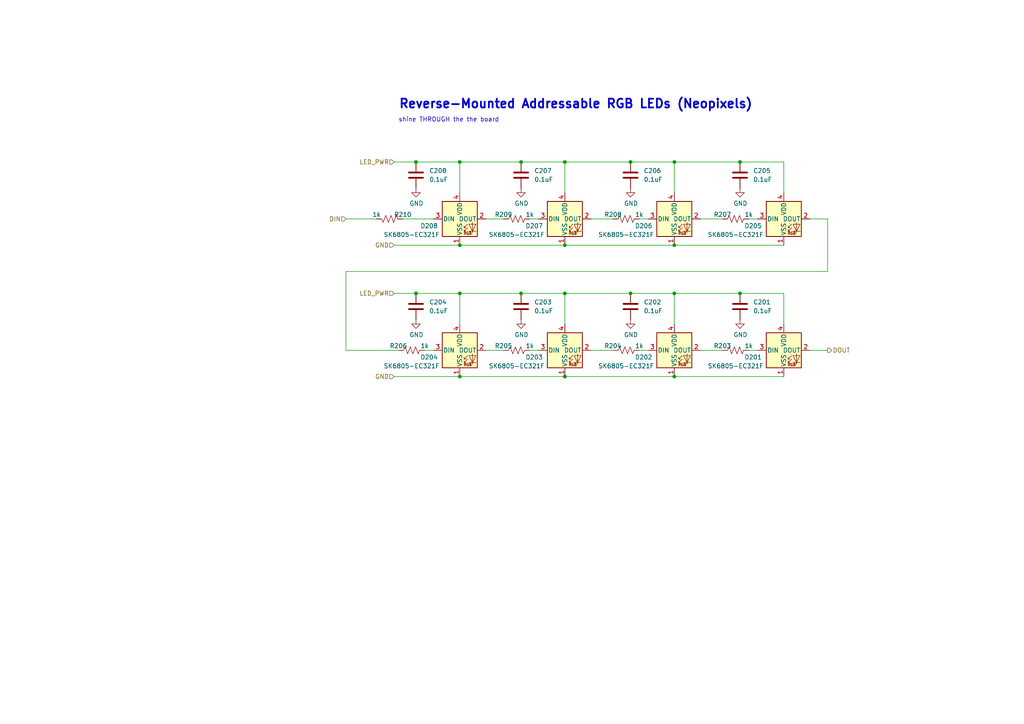
<source format=kicad_sch>
(kicad_sch (version 20230121) (generator eeschema)
  (paper "A4")
  (title_block (title "backplane") (date "2021-12-10") (rev "C") (company "Sierra Lobo, Inc.") (comment 1 "CH, CK") (comment 2 "CH, CK"))
  (lib_symbols
    (symbol "CubeSat_Backplane:SK68xx" (pin_names (offset 0.254))
      (property "Reference" "D" (at 5.08 5.715 0))
      (property "Value" "SK68xx" (at 1.27 -5.715 0))
      (symbol "SK68xx_0_0"
        (text "RGB" (at 2.286 -4.191 0) (effects (font (size 0.762 0.762))))
      )
      (symbol "SK68xx_0_1"
        (polyline (pts (xy 1.27 -3.556) (xy 1.778 -3.556)))
        (polyline (pts (xy 1.27 -2.54) (xy 1.778 -2.54)))
        (polyline (pts (xy 4.699 -3.556) (xy 2.667 -3.556)))
        (polyline (pts (xy 2.286 -2.54) (xy 1.27 -3.556) (xy 1.27 -3.048)))
        (polyline (pts (xy 2.286 -1.524) (xy 1.27 -2.54) (xy 1.27 -2.032)))
        (polyline (pts (xy 3.683 -1.016) (xy 3.683 -3.556) (xy 3.683 -4.064)))
        (polyline (pts (xy 4.699 -1.524) (xy 2.667 -1.524) (xy 3.683 -3.556) (xy 4.699 -1.524)))
        (rectangle (start 5.08 5.08) (end -5.08 -5.08) (stroke (width 0.254)) (fill (type background)))
      )
      (symbol "SK68xx_1_1"
        (pin power_in line (at 0 -7.62 90) (length 2.54) (name "VSS") (number "1"))
        (pin output line (at 7.62 0 180) (length 2.54) (name "DOUT") (number "2"))
        (pin input line (at -7.62 0 0) (length 2.54) (name "DIN") (number "3"))
        (pin power_in line (at 0 7.62 270) (length 2.54) (name "VDD") (number "4"))
      )
    )
    (symbol "Device:C" (pin_numbers hide) (pin_names (offset 0.254))
      (property "Reference" "C" (at 0.635 2.54 0))
      (property "Value" "C" (at 0.635 -2.54 0))
      (symbol "C_0_1"
        (polyline (pts (xy -2.032 -0.762) (xy 2.032 -0.762)) (stroke (width 0.508)))
        (polyline (pts (xy -2.032 0.762) (xy 2.032 0.762)) (stroke (width 0.508)))
      )
      (symbol "C_1_1"
        (pin passive line (at 0 3.81 270) (length 2.794) (name "~") (number "1"))
        (pin passive line (at 0 -3.81 90) (length 2.794) (name "~") (number "2"))
      )
    )
    (symbol "R_US-Device_1" (pin_numbers hide) (pin_names (offset 0))
      (property "Reference" "R" (at 2.54 0 90))
      (property "Value" "R_US-Device" (at -2.54 0 90))
      (symbol "R_US-Device_1_0_1"
        (polyline (pts (xy 0 -2.286) (xy 0 -2.54)))
        (polyline (pts (xy 0 2.286) (xy 0 2.54)))
        (polyline (pts (xy 0 -0.762) (xy 1.016 -1.143) (xy 0 -1.524) (xy -1.016 -1.905) (xy 0 -2.286)))
        (polyline (pts (xy 0 0.762) (xy 1.016 0.381) (xy 0 0) (xy -1.016 -0.381) (xy 0 -0.762)))
        (polyline (pts (xy 0 2.286) (xy 1.016 1.905) (xy 0 1.524) (xy -1.016 1.143) (xy 0 0.762)))
      )
      (symbol "R_US-Device_1_1_1"
        (pin passive line (at 0 3.81 270) (length 1.27) (name "~") (number "1"))
        (pin passive line (at 0 -3.81 90) (length 1.27) (name "~") (number "2"))
      )
    )
    (symbol "backplane-rescue:GND-power" (power) (pin_names (offset 0))
      (property "Value" "GND-power" (at 0 -3.81 0))
      (symbol "GND-power_0_1"
        (polyline (pts (xy 0 0) (xy 0 -1.27) (xy 1.27 -1.27) (xy 0 -2.54) (xy -1.27 -1.27) (xy 0 -1.27)))
      )
      (symbol "GND-power_1_1"
        (pin power_in line (at 0 0 270) (length 0) hide (name "GND") (number "1"))
      )
    )
  )
  (junction (at 151.13 85.09))
  (junction (at 151.13 46.99))
  (junction (at 214.63 85.09))
  (junction (at 120.65 46.99))
  (junction (at 133.35 85.09))
  (junction (at 182.88 46.99))
  (junction (at 120.65 85.09))
  (junction (at 163.83 71.12))
  (junction (at 163.83 109.22))
  (junction (at 195.58 71.12))
  (junction (at 182.88 85.09))
  (junction (at 133.35 46.99))
  (junction (at 195.58 85.09))
  (junction (at 214.63 46.99))
  (junction (at 195.58 109.22))
  (junction (at 133.35 71.12))
  (junction (at 163.83 85.09))
  (junction (at 133.35 109.22))
  (junction (at 163.83 46.99))
  (junction (at 195.58 46.99))
  (wire (pts (xy 214.63 46.99) (xy 227.33 46.99)))
  (wire (pts (xy 100.33 63.5) (xy 109.22 63.5)))
  (wire (pts (xy 114.3 85.09) (xy 120.65 85.09)))
  (wire (pts (xy 203.2 101.6) (xy 209.55 101.6)))
  (wire (pts (xy 163.83 109.22) (xy 195.58 109.22)))
  (wire (pts (xy 185.42 101.6) (xy 187.96 101.6)))
  (wire (pts (xy 114.3 109.22) (xy 133.35 109.22)))
  (wire (pts (xy 214.63 85.09) (xy 227.33 85.09)))
  (wire (pts (xy 217.17 63.5) (xy 219.71 63.5)))
  (wire (pts (xy 140.97 101.6) (xy 146.05 101.6)))
  (wire (pts (xy 163.83 71.12) (xy 195.58 71.12)))
  (wire (pts (xy 153.67 63.5) (xy 156.21 63.5)))
  (wire (pts (xy 195.58 109.22) (xy 227.33 109.22)))
  (wire (pts (xy 182.88 85.09) (xy 195.58 85.09)))
  (wire (pts (xy 227.33 85.09) (xy 227.33 93.98)))
  (wire (pts (xy 120.65 85.09) (xy 133.35 85.09)))
  (wire (pts (xy 133.35 46.99) (xy 151.13 46.99)))
  (wire (pts (xy 234.95 63.5) (xy 240.03 63.5)))
  (wire (pts (xy 163.83 46.99) (xy 163.83 55.88)))
  (wire (pts (xy 100.33 101.6) (xy 115.57 101.6)))
  (wire (pts (xy 163.83 85.09) (xy 182.88 85.09)))
  (wire (pts (xy 195.58 71.12) (xy 227.33 71.12)))
  (wire (pts (xy 114.3 71.12) (xy 133.35 71.12)))
  (wire (pts (xy 185.42 63.5) (xy 187.96 63.5)))
  (wire (pts (xy 195.58 85.09) (xy 214.63 85.09)))
  (wire (pts (xy 133.35 46.99) (xy 133.35 55.88)))
  (wire (pts (xy 133.35 85.09) (xy 133.35 93.98)))
  (wire (pts (xy 133.35 109.22) (xy 163.83 109.22)))
  (wire (pts (xy 153.67 101.6) (xy 156.21 101.6)))
  (wire (pts (xy 163.83 85.09) (xy 163.83 93.98)))
  (wire (pts (xy 151.13 85.09) (xy 163.83 85.09)))
  (wire (pts (xy 227.33 46.99) (xy 227.33 55.88)))
  (wire (pts (xy 217.17 101.6) (xy 219.71 101.6)))
  (wire (pts (xy 123.19 101.6) (xy 125.73 101.6)))
  (wire (pts (xy 195.58 46.99) (xy 214.63 46.99)))
  (wire (pts (xy 203.2 63.5) (xy 209.55 63.5)))
  (wire (pts (xy 140.97 63.5) (xy 146.05 63.5)))
  (wire (pts (xy 171.45 101.6) (xy 177.8 101.6)))
  (wire (pts (xy 171.45 63.5) (xy 177.8 63.5)))
  (wire (pts (xy 234.95 101.6) (xy 240.03 101.6)))
  (wire (pts (xy 182.88 46.99) (xy 195.58 46.99)))
  (wire (pts (xy 120.65 46.99) (xy 133.35 46.99)))
  (wire (pts (xy 195.58 85.09) (xy 195.58 93.98)))
  (wire (pts (xy 133.35 71.12) (xy 163.83 71.12)))
  (wire (pts (xy 151.13 46.99) (xy 163.83 46.99)))
  (wire (pts (xy 116.84 63.5) (xy 125.73 63.5)))
  (wire (pts (xy 240.03 63.5) (xy 240.03 78.74)))
  (wire (pts (xy 240.03 78.74) (xy 100.33 78.74)))
  (wire (pts (xy 163.83 46.99) (xy 182.88 46.99)))
  (wire (pts (xy 195.58 46.99) (xy 195.58 55.88)))
  (wire (pts (xy 114.3 46.99) (xy 120.65 46.99)))
  (wire (pts (xy 100.33 78.74) (xy 100.33 101.6)))
  (wire (pts (xy 133.35 85.09) (xy 151.13 85.09)))
  (text "shine THROUGH the the board" (at 115.57 35.56 0) (effects (font (size 1.27 1.27)) (justify left bottom)))
  (text "Reverse-Mounted Addressable RGB LEDs (Neopixels)" (at 115.57 31.75 0) (effects (font (size 2.54 2.54) (thickness 0.508) bold) (justify left bottom)))
  (hierarchical_label "LED_PWR" (shape input) (at 114.3 85.09 180))
  (hierarchical_label "DIN" (shape input) (at 100.33 63.5 180))
  (hierarchical_label "DOUT" (shape output) (at 240.03 101.6 0))
  (hierarchical_label "GND" (shape input) (at 114.3 109.22 180))
  (hierarchical_label "GND" (shape input) (at 114.3 71.12 180))
  (hierarchical_label "LED_PWR" (shape input) (at 114.3 46.99 180))
  (symbol (lib_id "CubeSat_Backplane:SK68xx") (at 227.33 101.6 0) (unit 1)
    (property "Reference" "D201" (at 218.44 103.6193 0))
    (property "Value" "SK6805-EC321F" (at 213.36 106.1593 0))
    (property "Footprint" "SierraLobo:SK68xx-EC120x_ReverseMount" (effects hide))
    (property "Manufacturer Part Number 1" "SK6812-EC321R" (effects hide))
  )
  (symbol (lib_id "CubeSat_Backplane:SK68xx") (at 133.35 63.5 0) (unit 1)
    (property "Reference" "D208" (at 124.46 65.5193 0))
    (property "Value" "SK6805-EC321F" (at 119.38 68.0593 0))
    (property "Footprint" "SierraLobo:SK68xx-EC120x_ReverseMount" (effects hide))
    (property "Manufacturer Part Number 1" "SK6812-EC321R" (effects hide))
  )
  (symbol (lib_id "Device:C") (at 151.13 88.9 0) (unit 1)
    (property "Reference" "C203" (at 154.94 87.6299 0) (effects (justify left)))
    (property "Value" "0.1uF" (at 154.94 90.1699 0) (effects (justify left)))
    (property "Footprint" "Capacitor_SMD:C_0402_1005Metric" (effects hide))
  )
  (symbol (lib_id "backplane-rescue:GND-power") (at 182.88 54.61 0) (unit 1)
    (property "Reference" "#PWR0102" (effects hide))
    (property "Value" "GND" (at 183.007 59.0042 0))
  )
  (symbol (lib_id "backplane-rescue:GND-power") (at 120.65 92.71 0) (unit 1)
    (property "Reference" "#PWR0113" (effects hide))
    (property "Value" "GND" (at 120.777 97.1042 0))
  )
  (symbol (lib_id "Device:C") (at 214.63 50.8 0) (unit 1)
    (property "Reference" "C205" (at 218.44 49.5299 0) (effects (justify left)))
    (property "Value" "0.1uF" (at 218.44 52.0699 0) (effects (justify left)))
    (property "Footprint" "Capacitor_SMD:C_0402_1005Metric" (effects hide))
  )
  (symbol (lib_id "backplane-rescue:GND-power") (at 151.13 92.71 0) (unit 1)
    (property "Reference" "#PWR0109" (effects hide))
    (property "Value" "GND" (at 151.257 97.1042 0))
  )
  (symbol (lib_name "R_US-Device_1") (lib_id "backplane-rescue:R_US-Device") (at 181.61 63.5 90) (unit 1)
    (property "Reference" "R208" (at 177.8 62.23 90))
    (property "Value" "1k" (at 185.42 62.23 90))
    (property "Footprint" "Resistor_SMD:R_0402_1005Metric" (effects hide))
  )
  (symbol (lib_id "backplane-rescue:GND-power") (at 214.63 92.71 0) (unit 1)
    (property "Reference" "#PWR0118" (effects hide))
    (property "Value" "GND" (at 214.757 97.1042 0))
  )
  (symbol (lib_id "CubeSat_Backplane:SK68xx") (at 195.58 101.6 0) (unit 1)
    (property "Reference" "D202" (at 186.69 103.6193 0))
    (property "Value" "SK6805-EC321F" (at 181.61 106.1593 0))
    (property "Footprint" "SierraLobo:SK68xx-EC120x_ReverseMount" (effects hide))
    (property "Manufacturer Part Number 1" "SK6812-EC321R" (effects hide))
  )
  (symbol (lib_id "backplane-rescue:GND-power") (at 151.13 54.61 0) (unit 1)
    (property "Reference" "#PWR0111" (effects hide))
    (property "Value" "GND" (at 151.257 59.0042 0))
  )
  (symbol (lib_id "CubeSat_Backplane:SK68xx") (at 133.35 101.6 0) (unit 1)
    (property "Reference" "D204" (at 124.46 103.6193 0))
    (property "Value" "SK6805-EC321F" (at 119.38 106.1593 0))
    (property "Footprint" "SierraLobo:SK68xx-EC120x_ReverseMount" (effects hide))
    (property "Manufacturer Part Number 1" "SK6812-EC321R" (effects hide))
  )
  (symbol (lib_name "R_US-Device_1") (lib_id "backplane-rescue:R_US-Device") (at 213.36 63.5 90) (unit 1)
    (property "Reference" "R207" (at 209.55 62.23 90))
    (property "Value" "1k" (at 217.17 62.23 90))
    (property "Footprint" "Resistor_SMD:R_0402_1005Metric" (effects hide))
  )
  (symbol (lib_id "Device:C") (at 120.65 88.9 0) (unit 1)
    (property "Reference" "C204" (at 124.46 87.6299 0) (effects (justify left)))
    (property "Value" "0.1uF" (at 124.46 90.1699 0) (effects (justify left)))
    (property "Footprint" "Capacitor_SMD:C_0402_1005Metric" (effects hide))
  )
  (symbol (lib_id "CubeSat_Backplane:SK68xx") (at 227.33 63.5 0) (unit 1)
    (property "Reference" "D205" (at 218.44 65.5193 0))
    (property "Value" "SK6805-EC321F" (at 213.36 68.0593 0))
    (property "Footprint" "SierraLobo:SK68xx-EC120x_ReverseMount" (effects hide))
    (property "Manufacturer Part Number 1" "SK6812-EC321R" (effects hide))
  )
  (symbol (lib_name "R_US-Device_1") (lib_id "backplane-rescue:R_US-Device") (at 181.61 101.6 90) (unit 1)
    (property "Reference" "R204" (at 177.8 100.33 90))
    (property "Value" "1k" (at 185.42 100.33 90))
    (property "Footprint" "Resistor_SMD:R_0402_1005Metric" (effects hide))
  )
  (symbol (lib_id "Device:C") (at 120.65 50.8 0) (unit 1)
    (property "Reference" "C208" (at 124.46 49.5299 0) (effects (justify left)))
    (property "Value" "0.1uF" (at 124.46 52.0699 0) (effects (justify left)))
    (property "Footprint" "Capacitor_SMD:C_0402_1005Metric" (effects hide))
  )
  (symbol (lib_name "R_US-Device_1") (lib_id "backplane-rescue:R_US-Device") (at 149.86 63.5 90) (unit 1)
    (property "Reference" "R209" (at 146.05 62.23 90))
    (property "Value" "1k" (at 153.67 62.23 90))
    (property "Footprint" "Resistor_SMD:R_0402_1005Metric" (effects hide))
  )
  (symbol (lib_id "Device:C") (at 214.63 88.9 0) (unit 1)
    (property "Reference" "C201" (at 218.44 87.6299 0) (effects (justify left)))
    (property "Value" "0.1uF" (at 218.44 90.1699 0) (effects (justify left)))
    (property "Footprint" "Capacitor_SMD:C_0402_1005Metric" (effects hide))
  )
  (symbol (lib_id "Device:C") (at 151.13 50.8 0) (unit 1)
    (property "Reference" "C207" (at 154.94 49.5299 0) (effects (justify left)))
    (property "Value" "0.1uF" (at 154.94 52.0699 0) (effects (justify left)))
    (property "Footprint" "Capacitor_SMD:C_0402_1005Metric" (effects hide))
  )
  (symbol (lib_name "R_US-Device_1") (lib_id "backplane-rescue:R_US-Device") (at 149.86 101.6 90) (unit 1)
    (property "Reference" "R205" (at 146.05 100.33 90))
    (property "Value" "1k" (at 153.67 100.33 90))
    (property "Footprint" "Resistor_SMD:R_0402_1005Metric" (effects hide))
  )
  (symbol (lib_id "CubeSat_Backplane:SK68xx") (at 163.83 101.6 0) (unit 1)
    (property "Reference" "D203" (at 154.94 103.6193 0))
    (property "Value" "SK6805-EC321F" (at 149.86 106.1593 0))
    (property "Footprint" "SierraLobo:SK68xx-EC120x_ReverseMount" (effects hide))
    (property "Manufacturer Part Number 1" "SK6812-EC321R" (effects hide))
  )
  (symbol (lib_id "CubeSat_Backplane:SK68xx") (at 163.83 63.5 0) (unit 1)
    (property "Reference" "D207" (at 154.94 65.5193 0))
    (property "Value" "SK6805-EC321F" (at 149.86 68.0593 0))
    (property "Footprint" "SierraLobo:SK68xx-EC120x_ReverseMount" (effects hide))
    (property "Manufacturer Part Number 1" "SK6812-EC321R" (effects hide))
  )
  (symbol (lib_id "backplane-rescue:GND-power") (at 214.63 54.61 0) (unit 1)
    (property "Reference" "#PWR0106" (effects hide))
    (property "Value" "GND" (at 214.757 59.0042 0))
  )
  (symbol (lib_id "Device:C") (at 182.88 50.8 0) (unit 1)
    (property "Reference" "C206" (at 186.69 49.5299 0) (effects (justify left)))
    (property "Value" "0.1uF" (at 186.69 52.0699 0) (effects (justify left)))
    (property "Footprint" "Capacitor_SMD:C_0402_1005Metric" (effects hide))
  )
  (symbol (lib_id "backplane-rescue:GND-power") (at 182.88 92.71 0) (unit 1)
    (property "Reference" "#PWR0105" (effects hide))
    (property "Value" "GND" (at 183.007 97.1042 0))
  )
  (symbol (lib_name "R_US-Device_1") (lib_id "backplane-rescue:R_US-Device") (at 113.03 63.5 270) (mirror x) (unit 1)
    (property "Reference" "R210" (at 116.84 62.23 90))
    (property "Value" "1k" (at 109.22 62.23 90))
    (property "Footprint" "Resistor_SMD:R_0402_1005Metric" (effects hide))
  )
  (symbol (lib_id "Device:C") (at 182.88 88.9 0) (unit 1)
    (property "Reference" "C202" (at 186.69 87.6299 0) (effects (justify left)))
    (property "Value" "0.1uF" (at 186.69 90.1699 0) (effects (justify left)))
    (property "Footprint" "Capacitor_SMD:C_0402_1005Metric" (effects hide))
  )
  (symbol (lib_name "R_US-Device_1") (lib_id "backplane-rescue:R_US-Device") (at 213.36 101.6 90) (unit 1)
    (property "Reference" "R203" (at 209.55 100.33 90))
    (property "Value" "1k" (at 217.17 100.33 90))
    (property "Footprint" "Resistor_SMD:R_0402_1005Metric" (effects hide))
  )
  (symbol (lib_name "R_US-Device_1") (lib_id "backplane-rescue:R_US-Device") (at 119.38 101.6 90) (unit 1)
    (property "Reference" "R206" (at 115.57 100.33 90))
    (property "Value" "1k" (at 123.19 100.33 90))
    (property "Footprint" "Resistor_SMD:R_0402_1005Metric" (effects hide))
  )
  (symbol (lib_id "backplane-rescue:GND-power") (at 120.65 54.61 0) (unit 1)
    (property "Reference" "#PWR0110" (effects hide))
    (property "Value" "GND" (at 120.777 59.0042 0))
  )
  (symbol (lib_id "CubeSat_Backplane:SK68xx") (at 195.58 63.5 0) (unit 1)
    (property "Reference" "D206" (at 186.69 65.5193 0))
    (property "Value" "SK6805-EC321F" (at 181.61 68.0593 0))
    (property "Footprint" "SierraLobo:SK68xx-EC120x_ReverseMount" (effects hide))
    (property "Manufacturer Part Number 1" "SK6812-EC321R" (effects hide))
  )
)
</source>
